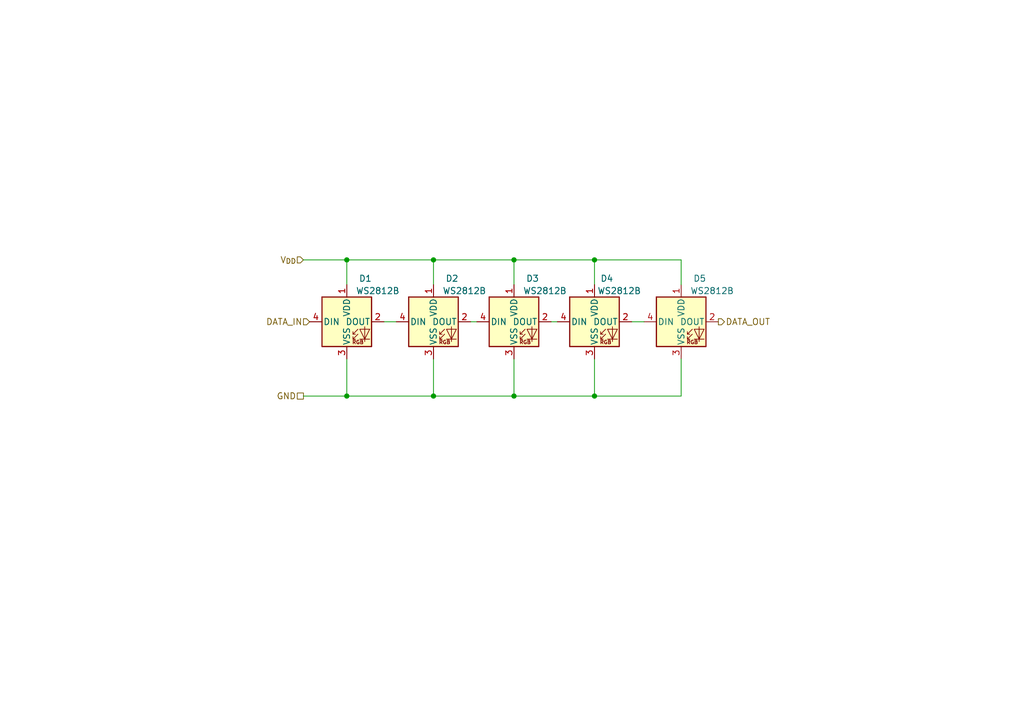
<source format=kicad_sch>
(kicad_sch (version 20211123) (generator eeschema)
  (paper "A5")
  (lib_symbols
    (symbol "LED:WS2812B" (pin_names (offset 0.254))
      (property "Reference" "D" (at 5.08 5.715 0))
      (property "Value" "WS2812B" (at 1.27 -5.715 0))
      (symbol "WS2812B_0_0"
        (text "RGB" (at 2.286 -4.191 0) (effects (font (size 0.762 0.762))))
      )
      (symbol "WS2812B_0_1"
        (polyline (pts (xy 1.27 -3.556) (xy 1.778 -3.556)))
        (polyline (pts (xy 1.27 -2.54) (xy 1.778 -2.54)))
        (polyline (pts (xy 4.699 -3.556) (xy 2.667 -3.556)))
        (polyline (pts (xy 2.286 -2.54) (xy 1.27 -3.556) (xy 1.27 -3.048)))
        (polyline (pts (xy 2.286 -1.524) (xy 1.27 -2.54) (xy 1.27 -2.032)))
        (polyline (pts (xy 3.683 -1.016) (xy 3.683 -3.556) (xy 3.683 -4.064)))
        (polyline (pts (xy 4.699 -1.524) (xy 2.667 -1.524) (xy 3.683 -3.556) (xy 4.699 -1.524)))
        (rectangle (start 5.08 5.08) (end -5.08 -5.08) (stroke (width 0.254)) (fill (type background)))
      )
      (symbol "WS2812B_1_1"
        (pin power_in line (at 0 7.62 270) (length 2.54) (name "VDD") (number "1"))
        (pin output line (at 7.62 0 180) (length 2.54) (name "DOUT") (number "2"))
        (pin power_in line (at 0 -7.62 90) (length 2.54) (name "VSS") (number "3"))
        (pin input line (at -7.62 0 0) (length 2.54) (name "DIN") (number "4"))
      )
    )
  )
  (junction (at 105.41 81.28))
  (junction (at 71.12 81.28))
  (junction (at 121.92 53.34))
  (junction (at 105.41 53.34))
  (junction (at 88.9 53.34))
  (junction (at 88.9 81.28))
  (junction (at 71.12 53.34))
  (junction (at 121.92 81.28))
  (wire (pts (xy 88.9 81.28) (xy 71.12 81.28)))
  (wire (pts (xy 113.03 66.04) (xy 114.3 66.04)))
  (wire (pts (xy 78.74 66.04) (xy 81.28 66.04)))
  (wire (pts (xy 71.12 73.66) (xy 71.12 81.28)))
  (wire (pts (xy 139.7 81.28) (xy 121.92 81.28)))
  (wire (pts (xy 105.41 53.34) (xy 88.9 53.34)))
  (wire (pts (xy 105.41 81.28) (xy 88.9 81.28)))
  (wire (pts (xy 139.7 53.34) (xy 121.92 53.34)))
  (wire (pts (xy 105.41 73.66) (xy 105.41 81.28)))
  (wire (pts (xy 62.23 53.34) (xy 71.12 53.34)))
  (wire (pts (xy 139.7 53.34) (xy 139.7 58.42)))
  (wire (pts (xy 88.9 73.66) (xy 88.9 81.28)))
  (wire (pts (xy 139.7 73.66) (xy 139.7 81.28)))
  (wire (pts (xy 129.54 66.04) (xy 132.08 66.04)))
  (wire (pts (xy 121.92 53.34) (xy 105.41 53.34)))
  (wire (pts (xy 88.9 53.34) (xy 71.12 53.34)))
  (wire (pts (xy 121.92 53.34) (xy 121.92 58.42)))
  (wire (pts (xy 121.92 73.66) (xy 121.92 81.28)))
  (wire (pts (xy 71.12 53.34) (xy 71.12 58.42)))
  (wire (pts (xy 62.23 81.28) (xy 71.12 81.28)))
  (wire (pts (xy 88.9 53.34) (xy 88.9 58.42)))
  (wire (pts (xy 121.92 81.28) (xy 105.41 81.28)))
  (wire (pts (xy 96.52 66.04) (xy 97.79 66.04)))
  (wire (pts (xy 105.41 53.34) (xy 105.41 58.42)))
  (hierarchical_label "DATA_OUT" (shape output) (at 147.32 66.04 0))
  (hierarchical_label "GND" (shape passive) (at 62.23 81.28 180))
  (hierarchical_label "DATA_IN" (shape input) (at 63.5 66.04 180))
  (hierarchical_label "V_{DD}" (shape input) (at 62.23 53.34 180))
  (symbol (lib_id "LED:WS2812B") (at 121.92 66.04 0) (unit 1)
    (property "Reference" "D4" (at 124.46 57.15 0))
    (property "Value" "WS2812B" (at 127 59.69 0))
    (property "Footprint" "LED_SMD:LED_WS2812B_PLCC4_5.0x5.0mm_P3.2mm" (effects hide))
    (property "Datasheet" "https://cdn-shop.adafruit.com/datasheets/WS2812B.pdf" (effects hide))
  )
  (symbol (lib_id "LED:WS2812B") (at 139.7 66.04 0) (unit 1)
    (property "Reference" "D5" (at 143.51 57.15 0))
    (property "Value" "WS2812B" (at 146.05 59.69 0))
    (property "Footprint" "LED_SMD:LED_WS2812B_PLCC4_5.0x5.0mm_P3.2mm" (effects hide))
    (property "Datasheet" "https://cdn-shop.adafruit.com/datasheets/WS2812B.pdf" (effects hide))
  )
  (symbol (lib_id "LED:WS2812B") (at 71.12 66.04 0) (unit 1)
    (property "Reference" "D1" (at 74.93 57.15 0))
    (property "Value" "WS2812B" (at 77.47 59.69 0))
    (property "Footprint" "LED_SMD:LED_WS2812B_PLCC4_5.0x5.0mm_P3.2mm" (effects hide))
    (property "Datasheet" "https://cdn-shop.adafruit.com/datasheets/WS2812B.pdf" (effects hide))
  )
  (symbol (lib_id "LED:WS2812B") (at 88.9 66.04 0) (unit 1)
    (property "Reference" "D2" (at 92.71 57.15 0))
    (property "Value" "WS2812B" (at 95.25 59.69 0))
    (property "Footprint" "LED_SMD:LED_WS2812B_PLCC4_5.0x5.0mm_P3.2mm" (effects hide))
    (property "Datasheet" "https://cdn-shop.adafruit.com/datasheets/WS2812B.pdf" (effects hide))
  )
  (symbol (lib_id "LED:WS2812B") (at 105.41 66.04 0) (unit 1)
    (property "Reference" "D3" (at 109.22 57.15 0))
    (property "Value" "WS2812B" (at 111.76 59.69 0))
    (property "Footprint" "LED_SMD:LED_WS2812B_PLCC4_5.0x5.0mm_P3.2mm" (effects hide))
    (property "Datasheet" "https://cdn-shop.adafruit.com/datasheets/WS2812B.pdf" (effects hide))
  )
)
</source>
